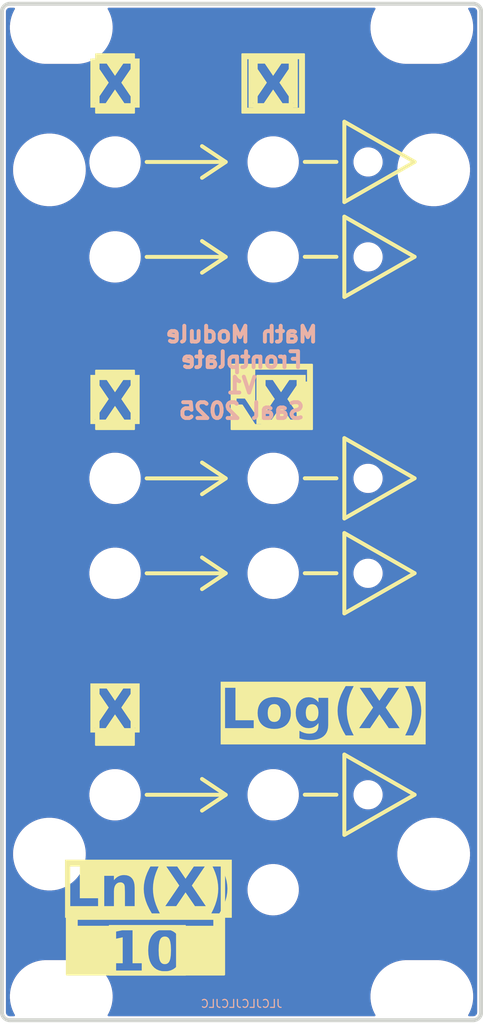
<source format=kicad_pcb>
(kicad_pcb (version 20240108) (generator "pcbnew") (generator_version "8.0")
  (layers (0 "F.Cu" signal) (31 "B.Cu" signal) (34 "B.Paste" user) (35 "F.Paste" user) (36 "B.SilkS" user "B.Silkscreen") (37 "F.SilkS" user "F.Silkscreen") (38 "B.Mask" user) (39 "F.Mask" user) (44 "Edge.Cuts" user))
  (net 0 "")
  (footprint "MountingHole:MountingHole_3.2mm_M3" (layer "F.Cu") (at 97.1 150.8)
    (property "Reference" "H16" (hide yes))
    (property "Value" "LOG_X")
    (pad "" np_thru_hole circle (at 0 0) (size 3.2 3.2) (drill 3.2) (layers "*.Cu" "*.Mask"))
  )
  (footprint "MountingHole:MountingHole_6mm" (layer "F.Cu") (at 65.1 122.8)
    (property "Reference" "H24" (hide yes))
    (property "Value" "SQRT_X2_IN")
    (pad "" np_thru_hole circle (at 0 0) (size 6 6) (drill 6) (layers "*.Cu" "*.Mask"))
  )
  (footprint "MountingHole:MountingHole_3.2mm_M3" (layer "F.Cu") (at 56.8 158.3)
    (property "Reference" "H6" (hide yes))
    (property "Value" "MountingHole")
    (pad "" np_thru_hole circle (at 0 0) (size 3.2 3.2) (drill 3.2) (layers "*.Cu" "*.Mask"))
  )
  (footprint "analog_computing:3.2x7mm_Mounting_Slot" (layer "F.Cu") (at 103.9 53.8)
    (property "Reference" "H53" (hide yes))
    (property "Value" "Rack Mount" (hide yes))
    (pad "" np_thru_hole oval (at 0 0) (size 7 3.2) (drill oval 7 3.2) (layers "F&B.Cu" "*.Mask"))
  )
  (footprint "MountingHole:MountingHole_3.2mm_M3" (layer "F.Cu") (at 97.1 110.8)
    (property "Reference" "H11" (hide yes))
    (property "Value" "Squareroot_X1")
    (pad "" np_thru_hole circle (at 0 0) (size 3.2 3.2) (drill 3.2) (layers "*.Cu" "*.Mask"))
  )
  (footprint "MountingHole:MountingHole_6mm" (layer "F.Cu") (at 65.1 110.8)
    (property "Reference" "H20" (hide yes))
    (property "Value" "SQRT_X1_IN")
    (pad "" np_thru_hole circle (at 0 0) (size 6 6) (drill 6) (layers "*.Cu" "*.Mask"))
  )
  (footprint "MountingHole:MountingHole_3.2mm_M3" (layer "F.Cu") (at 105.4 158.3)
    (property "Reference" "H9" (hide yes))
    (property "Value" "MountingHole")
    (pad "" np_thru_hole circle (at 0 0) (size 3.2 3.2) (drill 3.2) (layers "*.Cu" "*.Mask"))
  )
  (footprint "MountingHole:MountingHole_6mm" (layer "F.Cu") (at 65.1 82.8)
    (property "Reference" "H17" (hide yes))
    (property "Value" "ABS_X2_IN")
    (pad "" np_thru_hole circle (at 0 0) (size 6 6) (drill 6) (layers "*.Cu" "*.Mask"))
  )
  (footprint "MountingHole:MountingHole_3.2mm_M3" (layer "F.Cu") (at 56.8 71.8)
    (property "Reference" "H1" (hide yes))
    (property "Value" "MountingHole")
    (pad "" np_thru_hole circle (at 0 0) (size 3.2 3.2) (drill 3.2) (layers "*.Cu" "*.Mask"))
  )
  (footprint "MountingHole:MountingHole_6mm" (layer "F.Cu") (at 85.1 82.8)
    (property "Reference" "H18" (hide yes))
    (property "Value" "ABS_X2_OUT")
    (pad "" np_thru_hole circle (at 0 0) (size 6 6) (drill 6) (layers "*.Cu" "*.Mask"))
  )
  (footprint "MountingHole:MountingHole_6mm" (layer "F.Cu") (at 85.1 150.8)
    (property "Reference" "H28" (hide yes))
    (property "Value" "LOG_X_OUT")
    (pad "" np_thru_hole circle (at 0 0) (size 6 6) (drill 6) (layers "*.Cu" "*.Mask"))
  )
  (footprint "MountingHole:MountingHole_3.2mm_M3" (layer "F.Cu") (at 97.1 70.8)
    (property "Reference" "H3" (hide yes))
    (property "Value" "ABS_X1")
    (pad "" np_thru_hole circle (at 0 0) (size 3.2 3.2) (drill 3.2) (layers "*.Cu" "*.Mask"))
  )
  (footprint "MountingHole:MountingHole_3.2mm_M3" (layer "F.Cu") (at 97.1 122.8)
    (property "Reference" "H12" (hide yes))
    (property "Value" "Squarerrot_X2")
    (pad "" np_thru_hole circle (at 0 0) (size 3.2 3.2) (drill 3.2) (layers "*.Cu" "*.Mask"))
  )
  (footprint "MountingHole:MountingHole_3.2mm_M3" (layer "F.Cu") (at 105.4 71.8)
    (property "Reference" "H4" (hide yes))
    (property "Value" "MountingHole")
    (pad "" np_thru_hole circle (at 0 0) (size 3.2 3.2) (drill 3.2) (layers "*.Cu" "*.Mask"))
  )
  (footprint "MountingHole:MountingHole_6mm" (layer "F.Cu") (at 85.1 122.8)
    (property "Reference" "H25" (hide yes))
    (property "Value" "SQRT_X2_OUT")
    (pad "" np_thru_hole circle (at 0 0) (size 6 6) (drill 6) (layers "*.Cu" "*.Mask"))
  )
  (footprint "analog_computing:3.2x7mm_Mounting_Slot" (layer "F.Cu") (at 58.3 53.8)
    (property "Reference" "H50" (hide yes))
    (property "Value" "Rack Mount" (hide yes))
    (pad "" np_thru_hole oval (at 0 0) (size 7 3.2) (drill oval 7 3.2) (layers "F&B.Cu" "*.Mask"))
  )
  (footprint "MountingHole:MountingHole_6mm" (layer "F.Cu") (at 65.1 70.8)
    (property "Reference" "H13" (hide yes))
    (property "Value" "ABS_X1_IN")
    (pad "" np_thru_hole circle (at 0 0) (size 6 6) (drill 6) (layers "*.Cu" "*.Mask"))
  )
  (footprint "MountingHole:MountingHole_6mm" (layer "F.Cu") (at 85.1 70.8)
    (property "Reference" "H14" (hide yes))
    (property "Value" "ABS_X1_OUT")
    (pad "" np_thru_hole circle (at 0 0) (size 6 6) (drill 6) (layers "*.Cu" "*.Mask"))
  )
  (footprint "MountingHole:MountingHole_6mm" (layer "F.Cu") (at 65.1 150.8)
    (property "Reference" "H27" (hide yes))
    (property "Value" "LOG_X_IN")
    (pad "" np_thru_hole circle (at 0 0) (size 6 6) (drill 6) (layers "*.Cu" "*.Mask"))
  )
  (footprint "MountingHole:MountingHole_6mm" (layer "F.Cu") (at 85.1 162.8)
    (property "Reference" "H29" (hide yes))
    (property "Value" "LN_X_OUT")
    (pad "" np_thru_hole circle (at 0 0) (size 6 6) (drill 6) (layers "*.Cu" "*.Mask"))
  )
  (footprint "MountingHole:MountingHole_6mm" (layer "F.Cu") (at 85.1 110.8)
    (property "Reference" "H21" (hide yes))
    (property "Value" "SQRT_X1_OUT")
    (pad "" np_thru_hole circle (at 0 0) (size 6 6) (drill 6) (layers "*.Cu" "*.Mask"))
  )
  (footprint "analog_computing:3.2x7mm_Mounting_Slot" (layer "F.Cu") (at 58.3 176.3)
    (property "Reference" "H55" (hide yes))
    (property "Value" "Rack Mount" (hide yes))
    (pad "" np_thru_hole oval (at 0 0) (size 7 3.2) (drill oval 7 3.2) (layers "F&B.Cu" "*.Mask"))
  )
  (footprint "MountingHole:MountingHole_3.2mm_M3" (layer "F.Cu") (at 97.1 82.8)
    (property "Reference" "H8" (hide yes))
    (property "Value" "ABS_X2")
    (pad "" np_thru_hole circle (at 0 0) (size 3.2 3.2) (drill 3.2) (layers "*.Cu" "*.Mask"))
  )
  (footprint "analog_computing:3.2x7mm_Mounting_Slot" (layer "F.Cu") (at 103.9 176.3)
    (property "Reference" "H58" (hide yes))
    (property "Value" "Rack Mount" (hide yes))
    (pad "" np_thru_hole oval (at 0 0) (size 7 3.2) (drill oval 7 3.2) (layers "F&B.Cu" "*.Mask"))
  )
  (gr_line (start 94.1 145.71) (end 94.1 155.87) (stroke (width 0.5)) (layer "F.SilkS"))
  (gr_line (start 102.99 70.79) (end 94.1 65.71) (stroke (width 0.5)) (layer "F.SilkS"))
  (gr_line (start 89.1 82.79) (end 93.1 82.79) (stroke (width 0.5)) (layer "F.SilkS"))
  (gr_line (start 94.1 115.87) (end 102.99 110.79) (stroke (width 0.5)) (layer "F.SilkS"))
  (gr_line (start 102.99 150.79) (end 94.1 145.71) (stroke (width 0.5)) (layer "F.SilkS"))
  (gr_line (start 94.1 117.71) (end 94.1 127.87) (stroke (width 0.5)) (layer "F.SilkS"))
  (gr_line (start 94.1 77.71) (end 94.1 87.87) (stroke (width 0.5)) (layer "F.SilkS"))
  (gr_line (start 79.1 122.8) (end 76.1 124.8) (stroke (width 0.5)) (layer "F.SilkS"))
  (gr_line (start 69.1 110.8) (end 79.1 110.8) (stroke (width 0.5)) (layer "F.SilkS"))
  (gr_line (start 79.1 70.8) (end 76.1 72.8) (stroke (width 0.5)) (layer "F.SilkS"))
  (gr_line (start 69.1 122.8) (end 79.1 122.8) (stroke (width 0.5)) (layer "F.SilkS"))
  (gr_line (start 69.1 150.8) (end 79.1 150.8) (stroke (width 0.5)) (layer "F.SilkS"))
  (gr_line (start 102.99 122.79) (end 94.1 117.71) (stroke (width 0.5)) (layer "F.SilkS"))
  (gr_line (start 79.1 70.8) (end 76.1 68.8) (stroke (width 0.5)) (layer "F.SilkS"))
  (gr_line (start 102.99 110.79) (end 94.1 105.71) (stroke (width 0.5)) (layer "F.SilkS"))
  (gr_line (start 79.1 122.8) (end 76.1 120.8) (stroke (width 0.5)) (layer "F.SilkS"))
  (gr_line (start 79.1 110.8) (end 76.1 112.8) (stroke (width 0.5)) (layer "F.SilkS"))
  (gr_line (start 69.1 82.8) (end 79.1 82.8) (stroke (width 0.5)) (layer "F.SilkS"))
  (gr_line (start 79.1 150.8) (end 76.1 152.8) (stroke (width 0.5)) (layer "F.SilkS"))
  (gr_line (start 94.1 155.87) (end 102.99 150.79) (stroke (width 0.5)) (layer "F.SilkS"))
  (gr_line (start 89.1 110.79) (end 93.1 110.79) (stroke (width 0.5)) (layer "F.SilkS"))
  (gr_line (start 102.99 82.79) (end 94.1 77.71) (stroke (width 0.5)) (layer "F.SilkS"))
  (gr_line (start 89.1 70.79) (end 93.1 70.79) (stroke (width 0.5)) (layer "F.SilkS"))
  (gr_line (start 94.1 127.87) (end 102.99 122.79) (stroke (width 0.5)) (layer "F.SilkS"))
  (gr_line (start 79.1 150.8) (end 76.1 148.8) (stroke (width 0.5)) (layer "F.SilkS"))
  (gr_line (start 79.1 110.8) (end 76.1 108.8) (stroke (width 0.5)) (layer "F.SilkS"))
  (gr_line (start 89.1 150.79) (end 93.1 150.79) (stroke (width 0.5)) (layer "F.SilkS"))
  (gr_line (start 79.1 82.8) (end 76.1 80.8) (stroke (width 0.5)) (layer "F.SilkS"))
  (gr_line (start 89.1 122.79) (end 93.1 122.79) (stroke (width 0.5)) (layer "F.SilkS"))
  (gr_line (start 69.1 70.8) (end 79.1 70.8) (stroke (width 0.5)) (layer "F.SilkS"))
  (gr_line (start 94.1 75.87) (end 102.99 70.79) (stroke (width 0.5)) (layer "F.SilkS"))
  (gr_line (start 94.1 65.71) (end 94.1 75.87) (stroke (width 0.5)) (layer "F.SilkS"))
  (gr_line (start 94.1 87.87) (end 102.99 82.79) (stroke (width 0.5)) (layer "F.SilkS"))
  (gr_line (start 94.1 105.71) (end 94.1 115.87) (stroke (width 0.5)) (layer "F.SilkS"))
  (gr_line (start 79.1 82.8) (end 76.1 84.8) (stroke (width 0.5)) (layer "F.SilkS"))
  (gr_line (start 51.8 50.8) (end 110.4 50.8) (stroke (width 0.5)) (layer "Edge.Cuts"))
  (gr_line (start 50.8 178.3) (end 50.8 51.8) (stroke (width 0.5)) (layer "Edge.Cuts"))
  (gr_line (start 111.4 51.8) (end 111.4 178.3) (stroke (width 0.5)) (layer "Edge.Cuts"))
  (gr_arc (start 50.8 51.8) (mid 51.092893 51.092893) (end 51.8 50.8) (stroke (width 0.5)) (layer "Edge.Cuts"))
  (gr_line (start 110.4 179.3) (end 51.8 179.3) (stroke (width 0.5)) (layer "Edge.Cuts"))
  (gr_arc (start 51.8 179.3) (mid 51.092893 179.007107) (end 50.8 178.3) (stroke (width 0.5)) (layer "Edge.Cuts"))
  (gr_arc (start 111.4 178.3) (mid 111.107107 179.007107) (end 110.4 179.3) (stroke (width 0.5)) (layer "Edge.Cuts"))
  (gr_arc (start 110.4 50.8) (mid 111.107107 51.092893) (end 111.4 51.8) (stroke (width 0.5)) (layer "Edge.Cuts"))
  (gr_text "Math Module\nFrontplate\nV1\nSaal 2025" (at 81.1 91.44 0) (layer "B.SilkS") (effects (font (size 2 2) (thickness 0.5) (bold yes)) (justify top mirror)))
  (gr_text "JLCJLCJLCJLC" (at 81.1 177.8 0) (layer "B.SilkS") (effects (font (size 1 1)) (justify bottom mirror)))
  (gr_text "Ln(X)" (at 69.3 162.8 0) (layer "F.SilkS" knockout) (effects (font (size 5 5) (thickness 1) (bold yes))))
  (gr_text "X" (at 85.1 61.3 0) (layer "F.SilkS" knockout) (effects (font (size 5 5) (thickness 1) (bold yes))))
  (gr_text "X" (at 65.1 61.3 0) (layer "F.SilkS" knockout) (effects (font (size 5 5) (thickness 1) (bold yes))))
  (gr_text "Log(X)" (at 91.4 140.3 0) (layer "F.SilkS" knockout) (effects (font (size 5 5) (thickness 1) (bold yes))))
  (gr_text "X" (at 65.1 140.3 0) (layer "F.SilkS" knockout) (effects (font (size 5 5) (thickness 1) (bold yes))))
  (gr_text "X" (at 65.1 101.3 0) (layer "F.SilkS" knockout) (effects (font (size 5 5) (thickness 1) (bold yes))))
  (gr_text "X" (at 86.1 101.3 0) (layer "F.SilkS" knockout) (effects (font (size 5 5) (thickness 1) (bold yes))))
  (gr_text "10" (at 68.96 170.94 0) (layer "F.SilkS" knockout) (effects (font (size 5 5) (thickness 1) (bold yes))))
  (zone (net 0) (net_name "") (layers "F&B.Cu") (connect_pads (clearance 0.5)) (min_thickness 0.25) (fill yes (thermal_gap 0.5) (thermal_bridge_width 0.5) (island_removal_mode 1) (island_area_min 10))
    (polygon (pts (xy 50.8 50.8) (xy 111.4 50.8) (xy 111.4 179.3) (xy 50.8 179.3)))
  )
  (zone (net 0) (net_name "") (layer "F.SilkS") (connect_pads (clearance 0)) (min_thickness 0.2) (fill yes (thermal_gap 0.5) (thermal_bridge_width 0.5))
    (polygon (pts (xy 62.58 136.86) (xy 67.62 136.86) (xy 67.605692 144.615351) (xy 62.565692 144.615351)))
  )
  (zone (net 0) (net_name "") (layer "F.SilkS") (connect_pads (clearance 0)) (min_thickness 0.2) (fill yes (thermal_gap 0.5) (thermal_bridge_width 0.5))
    (polygon (pts (xy 79.72 96.31) (xy 90.13 96.31) (xy 90.13 104.69) (xy 79.72 104.69)))
  )
  (zone (net 0) (net_name "") (layer "F.SilkS") (connect_pads (clearance 0)) (min_thickness 0.2) (fill yes (thermal_gap 0.5) (thermal_bridge_width 0.5))
    (polygon (pts (xy 62.58 97.06) (xy 67.62 97.06) (xy 67.62 104.69) (xy 62.58 104.69)))
  )
  (zone (net 0) (net_name "") (layer "F.SilkS") (connect_pads (clearance 0)) (min_thickness 0.25) (fill yes (thermal_gap 0.5) (thermal_bridge_width 0.5))
    (polygon (pts (xy 58.88 159.31) (xy 79.02 159.31) (xy 79.02 173.65) (xy 58.88 173.65)))
  )
  (zone (net 0) (net_name "") (layer "F.SilkS") (connect_pads (clearance 0)) (min_thickness 0.2) (fill yes (thermal_gap 0.5) (thermal_bridge_width 0.5))
    (polygon (pts (xy 62.58 57.06) (xy 67.62 57.06) (xy 67.62 64.69) (xy 62.58 64.69)))
  )
  (zone (net 0) (net_name "") (layer "F.SilkS") (connect_pads (clearance 0)) (min_thickness 0.2) (fill yes (thermal_gap 0.5) (thermal_bridge_width 0.5))
    (polygon (pts (xy 81.08 57.06) (xy 89.12 57.06) (xy 89.12 64.69) (xy 81.08 64.69)))
  )
)
</source>
